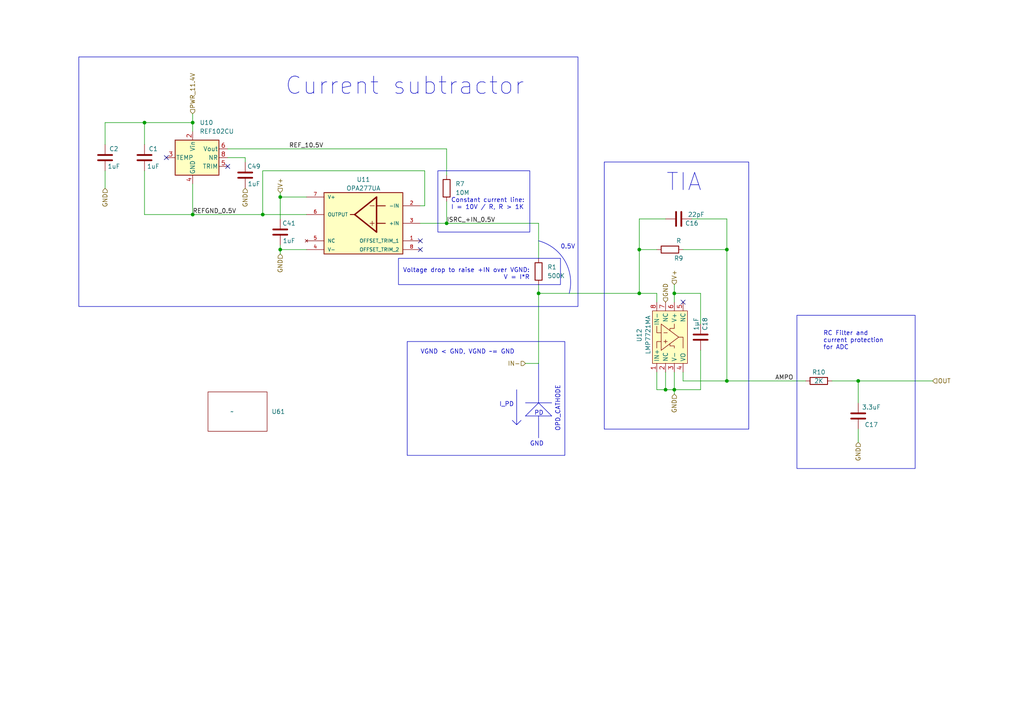
<source format=kicad_sch>
(kicad_sch (version 20230121) (generator eeschema)
  (paper "A4")
  (lib_symbols
    (symbol "Device:C" (pin_numbers hide) (pin_names (offset 0.254))
      (property "Reference" "C" (at 0.635 2.54 0))
      (property "Value" "C" (at 0.635 -2.54 0))
      (symbol "C_0_1"
        (polyline (pts (xy -2.032 -0.762) (xy 2.032 -0.762)) (stroke (width 0.508)))
        (polyline (pts (xy -2.032 0.762) (xy 2.032 0.762)) (stroke (width 0.508)))
      )
      (symbol "C_1_1"
        (pin passive line (at 0 3.81 270) (length 2.794) (name "~") (number "1"))
        (pin passive line (at 0 -3.81 90) (length 2.794) (name "~") (number "2"))
      )
    )
    (symbol "Device:R" (pin_numbers hide) (pin_names (offset 0))
      (property "Reference" "R" (at 2.032 0 90))
      (property "Value" "R" (at 0 0 90))
      (symbol "R_0_1"
        (rectangle (start -1.016 -2.54) (end 1.016 2.54) (stroke (width 0.254)))
      )
      (symbol "R_1_1"
        (pin passive line (at 0 3.81 270) (length 1.27) (name "~") (number "1"))
        (pin passive line (at 0 -3.81 90) (length 1.27) (name "~") (number "2"))
      )
    )
    (symbol "LMP7721:LMP7721MA"
      (property "Reference" "U" (at 0 6.35 0))
      (property "Value" "LMP7721MA" (at -0.635 8.89 0))
      (symbol "LMP7721MA_0_1"
        (rectangle (start -7.62 5.08) (end 7.62 -5.08) (fill (type background)))
        (polyline (pts (xy -1.778 1.27) (xy -0.762 1.27)))
        (polyline (pts (xy -1.27 1.778) (xy -1.27 0.762)))
        (polyline (pts (xy 1.27 1.778) (xy 1.27 0.762)))
        (polyline (pts (xy -1.27 2.54) (xy -1.27 3.81) (xy -3.175 3.81)))
        (polyline (pts (xy 0 -2.54) (xy 0 -3.81) (xy -3.175 -3.81)))
        (polyline (pts (xy 1.27 2.54) (xy 1.27 3.81) (xy 3.175 3.81)))
        (polyline (pts (xy -3.81 2.54) (xy 3.81 2.54) (xy 0 -2.54) (xy -3.81 2.54)))
        (polyline (pts (xy -1.905 0) (xy -2.54 0) (xy -2.54 -1.27) (xy -3.175 -1.27)))
        (polyline (pts (xy 1.905 0) (xy 2.54 0) (xy 2.54 -1.27) (xy 3.81 -1.27)))
      )
      (symbol "LMP7721MA_1_1"
        (pin input line (at -10.16 3.81 0) (length 2.54) (name "IN+") (number "1"))
        (pin input line (at -10.16 1.27 0) (length 2.54) (name "NC") (number "2"))
        (pin input line (at -10.16 -1.27 0) (length 2.54) (name "V-") (number "3"))
        (pin input line (at -10.16 -3.81 0) (length 2.54) (name "VO") (number "4"))
        (pin input line (at 10.16 -3.81 180) (length 2.54) (name "NC") (number "5"))
        (pin input line (at 10.16 -1.27 180) (length 2.54) (name "V+") (number "6"))
        (pin input line (at 10.16 1.27 180) (length 2.54) (name "NC") (number "7"))
        (pin input line (at 10.16 3.81 180) (length 2.54) (name "IN-") (number "8"))
      )
    )
    (symbol "OPAx277:OPA277UA" (pin_names (offset 1.016))
      (property "Reference" "U" (at -10.16 13.97 0))
      (property "Value" "OPA277UA" (at -10.16 -6.35 0))
      (symbol "OPA277UA_0_0"
        (rectangle (start -10.16 13.97) (end 12.7 -3.81) (stroke (width 0.254)) (fill (type background)))
        (polyline (pts (xy -5.08 5.08) (xy -2.54 5.08)) (stroke (width 0.254)))
        (polyline (pts (xy -5.08 10.16) (xy -2.54 10.16)) (stroke (width 0.254)))
        (polyline (pts (xy -2.54 2.54) (xy 3.81 7.62)) (stroke (width 0.4064)))
        (polyline (pts (xy -2.54 5.08) (xy -2.54 2.54)) (stroke (width 0.4064)))
        (polyline (pts (xy -2.54 10.16) (xy -2.54 5.08)) (stroke (width 0.4064)))
        (polyline (pts (xy -2.54 12.7) (xy -2.54 10.16)) (stroke (width 0.4064)))
        (polyline (pts (xy -1.905 5.08) (xy -0.635 5.08)) (stroke (width 0.1524)))
        (polyline (pts (xy -1.905 10.16) (xy -0.635 10.16)) (stroke (width 0.1524)))
        (polyline (pts (xy -1.27 5.715) (xy -1.27 4.445)) (stroke (width 0.1524)))
        (polyline (pts (xy 3.81 7.62) (xy -2.54 12.7)) (stroke (width 0.4064)))
        (polyline (pts (xy 3.81 7.62) (xy 5.08 7.62)) (stroke (width 0.254)))
        (pin input line (at -15.24 0 0) (length 5.08) (name "OFFSET_TRIM_1") (number "1"))
        (pin input line (at -15.24 10.16 0) (length 5.08) (name "-IN") (number "2"))
        (pin input line (at -15.24 5.08 0) (length 5.08) (name "+IN") (number "3"))
        (pin power_in line (at 17.78 -2.54 180) (length 5.08) (name "V-") (number "4"))
        (pin no_connect line (at 17.78 0 180) (length 5.08) (name "NC") (number "5"))
        (pin output line (at 17.78 7.62 180) (length 5.08) (name "OUTPUT") (number "6"))
        (pin power_in line (at 17.78 12.7 180) (length 5.08) (name "V+") (number "7"))
        (pin input line (at -15.24 -2.54 0) (length 5.08) (name "OFFSET_TRIM_2") (number "8"))
      )
    )
    (symbol "Reference_Voltage:REF102CU" (pin_names (offset 0.254))
      (property "Reference" "U" (at 0 8.255 0))
      (property "Value" "REF102CU" (at 3.175 6.35 0))
      (symbol "REF102CU_0_1"
        (rectangle (start -7.62 5.08) (end 5.08 -5.08) (stroke (width 0.254)) (fill (type background)))
      )
      (symbol "REF102CU_1_1"
        (pin no_connect line (at -5.08 -5.08 90) (length 2.54) hide (name "NC") (number "1"))
        (pin power_in line (at -2.54 7.62 270) (length 2.54) (name "Vin") (number "2"))
        (pin passive line (at -10.16 0 0) (length 2.54) (name "TEMP") (number "3"))
        (pin power_in line (at -2.54 -7.62 90) (length 2.54) (name "GND") (number "4"))
        (pin passive line (at 7.62 -2.54 180) (length 2.54) (name "TRIM") (number "5"))
        (pin power_out line (at 7.62 2.54 180) (length 2.54) (name "Vout") (number "6"))
        (pin no_connect line (at 0 -5.08 90) (length 2.54) hide (name "NC") (number "7"))
        (pin passive line (at 7.62 0 180) (length 2.54) (name "NR") (number "8"))
      )
    )
    (symbol "h-ALO:OPD_TIA_Outline" (pin_numbers hide) (pin_names (offset 0) hide) (in_bom no)
      (property "Reference" "U" (at 0 0 0))
      (symbol "OPD_TIA_Outline_0_1"
        (rectangle (start -6.985 5.715) (end 10.16 -5.715))
      )
    )
  )
  (junction (at 41.91 35.56))
  (junction (at 193.04 113.03))
  (junction (at 156.21 85.09))
  (junction (at 76.2 62.23))
  (junction (at 195.58 113.03))
  (junction (at 185.42 72.39))
  (junction (at 55.88 62.23))
  (junction (at 210.82 110.49))
  (junction (at 129.54 64.77))
  (junction (at 185.42 85.09))
  (junction (at 210.82 72.39))
  (junction (at 81.28 57.15))
  (junction (at 55.88 35.56))
  (junction (at 195.58 85.09))
  (junction (at 248.92 110.49))
  (junction (at 81.28 72.39))
  (no_connect (at 198.12 87.63))
  (no_connect (at 48.26 45.72))
  (no_connect (at 66.04 48.26))
  (no_connect (at 121.92 69.85))
  (no_connect (at 121.92 72.39))
  (wire (pts (xy 76.2 49.53) (xy 123.19 49.53)))
  (wire (pts (xy 190.5 85.09) (xy 190.5 87.63)))
  (wire (pts (xy 248.92 110.49) (xy 270.51 110.49)))
  (wire (pts (xy 193.04 113.03) (xy 193.04 107.95)))
  (wire (pts (xy 203.2 85.09) (xy 203.2 93.98)))
  (wire (pts (xy 193.04 113.03) (xy 195.58 113.03)))
  (polyline (pts (xy 152.4 120.65) (xy 160.02 120.65)))
  (wire (pts (xy 190.5 107.95) (xy 190.5 113.03)))
  (wire (pts (xy 121.92 64.77) (xy 129.54 64.77)))
  (wire (pts (xy 195.58 85.09) (xy 195.58 87.63)))
  (wire (pts (xy 129.54 43.18) (xy 129.54 50.8)))
  (wire (pts (xy 198.12 72.39) (xy 210.82 72.39)))
  (wire (pts (xy 129.54 58.42) (xy 129.54 64.77)))
  (wire (pts (xy 30.48 35.56) (xy 41.91 35.56)))
  (wire (pts (xy 55.88 53.34) (xy 55.88 62.23)))
  (wire (pts (xy 81.28 73.66) (xy 81.28 72.39)))
  (wire (pts (xy 55.88 62.23) (xy 76.2 62.23)))
  (wire (pts (xy 248.92 124.46) (xy 248.92 128.27)))
  (wire (pts (xy 71.12 45.72) (xy 71.12 46.99)))
  (polyline (pts (xy 156.21 105.41) (xy 156.21 116.84)))
  (wire (pts (xy 30.48 49.53) (xy 30.48 54.61)))
  (wire (pts (xy 210.82 63.5) (xy 210.82 72.39)))
  (polyline (pts (xy 152.4 116.84) (xy 160.02 116.84)))
  (wire (pts (xy 55.88 35.56) (xy 55.88 38.1)))
  (wire (pts (xy 198.12 110.49) (xy 210.82 110.49)))
  (wire (pts (xy 185.42 85.09) (xy 190.5 85.09)))
  (wire (pts (xy 198.12 110.49) (xy 198.12 107.95)))
  (wire (pts (xy 190.5 113.03) (xy 193.04 113.03)))
  (wire (pts (xy 81.28 71.12) (xy 81.28 72.39)))
  (wire (pts (xy 195.58 85.09) (xy 203.2 85.09)))
  (wire (pts (xy 76.2 62.23) (xy 76.2 49.53)))
  (polyline (pts (xy 156.21 120.65) (xy 156.21 127)))
  (wire (pts (xy 185.42 72.39) (xy 190.5 72.39)))
  (wire (pts (xy 81.28 57.15) (xy 88.9 57.15)))
  (wire (pts (xy 156.21 82.55) (xy 156.21 85.09)))
  (wire (pts (xy 156.21 74.93) (xy 156.21 64.77)))
  (wire (pts (xy 81.28 72.39) (xy 88.9 72.39)))
  (wire (pts (xy 185.42 63.5) (xy 193.04 63.5)))
  (wire (pts (xy 55.88 33.02) (xy 55.88 35.56)))
  (wire (pts (xy 210.82 110.49) (xy 233.68 110.49)))
  (polyline (pts (xy 160.02 120.65) (xy 156.21 116.84)))
  (wire (pts (xy 152.4 105.41) (xy 156.21 105.41)))
  (wire (pts (xy 123.19 59.69) (xy 121.92 59.69)))
  (wire (pts (xy 248.92 110.49) (xy 248.92 116.84)))
  (wire (pts (xy 195.58 113.03) (xy 195.58 107.95)))
  (wire (pts (xy 41.91 35.56) (xy 41.91 41.91)))
  (polyline (pts (xy 149.86 113.03) (xy 149.86 123.19)))
  (wire (pts (xy 185.42 72.39) (xy 185.42 85.09)))
  (wire (pts (xy 55.88 35.56) (xy 41.91 35.56)))
  (wire (pts (xy 200.66 63.5) (xy 210.82 63.5)))
  (wire (pts (xy 81.28 57.15) (xy 81.28 63.5)))
  (wire (pts (xy 30.48 41.91) (xy 30.48 35.56)))
  (wire (pts (xy 185.42 63.5) (xy 185.42 72.39)))
  (wire (pts (xy 203.2 101.6) (xy 203.2 113.03)))
  (wire (pts (xy 76.2 62.23) (xy 88.9 62.23)))
  (polyline (pts (xy 148.59 121.92) (xy 149.86 123.19)))
  (wire (pts (xy 156.21 64.77) (xy 129.54 64.77)))
  (wire (pts (xy 195.58 82.55) (xy 195.58 85.09)))
  (wire (pts (xy 129.54 43.18) (xy 66.04 43.18)))
  (wire (pts (xy 123.19 49.53) (xy 123.19 59.69)))
  (wire (pts (xy 41.91 62.23) (xy 55.88 62.23)))
  (wire (pts (xy 41.91 49.53) (xy 41.91 62.23)))
  (polyline (pts (xy 151.13 121.92) (xy 149.86 123.19)))
  (wire (pts (xy 195.58 113.03) (xy 195.58 114.3)))
  (wire (pts (xy 210.82 72.39) (xy 210.82 110.49)))
  (wire (pts (xy 156.21 85.09) (xy 185.42 85.09)))
  (polyline (pts (xy 152.4 120.65) (xy 156.21 116.84)))
  (wire (pts (xy 66.04 45.72) (xy 71.12 45.72)))
  (wire (pts (xy 195.58 113.03) (xy 203.2 113.03)))
  (wire (pts (xy 241.3 110.49) (xy 248.92 110.49)))
  (wire (pts (xy 156.21 85.09) (xy 156.21 105.41)))
  (wire (pts (xy 81.28 55.88) (xy 81.28 57.15)))
  (rectangle (start 175.26 46.99) (end 217.17 124.46))
  (rectangle (start 115.57 74.93) (end 162.56 82.55))
  (rectangle (start 118.11 99.06) (end 163.83 132.08))
  (arc (start 156.21 69.85) (mid 163.8113 75.6288) (end 165.1 85.09))
  (rectangle (start 127 49.53) (end 153.67 67.31))
  (rectangle (start 231.14 91.44) (end 265.43 135.89))
  (rectangle (start 22.86 16.51) (end 167.64 88.9))
  (text_box "10.1 Layout Guidelines\nIn order to capitalize on the LMP7721's ultra-low input bias current, careful circuit layout and assembly are\nrequired. Guarding techniques are highly recommended to reduce parasitic leakage current by isolating the\nLMP7721's input from large voltage gradients across the PC board. A guard is a low-impedance conductor that\nsurrounds an input line and its potential is raised to the input line's voltage. The input pins should be fully\nguarded as shown in Figure 54. The guard traces should completely encircle the input connections. In addition,\nthey should be located on both sides of the PCB and be connected together.\nTo further guard the inputs from the supply pins, the two N/C pins may be connected to the guard trace which\nwill provide guarding down to the leadframe level.\nSolder mask should not cover the input and the guard area including guard traces on either side of the PCB.\nKeep switching power supplies and other noise-producing devices away from the input area." (at 312.42 25.4 0) (size 110.49 41.91) (effects (font (size 1.27 1.27)) (justify left top)))
  (text "I_PD" (at 144.78 118.11 0) (effects (font (size 1.27 1.27)) (justify left bottom)))
  (text "Constant current line:\nI = 10V / R, R > 1K" (at 130.81 60.96 0) (effects (font (size 1.27 1.27)) (justify left bottom)))
  (text "PD" (at 154.94 120.65 0) (effects (font (size 1.27 1.27)) (justify left bottom)))
  (text "TIA" (at 193.04 55.88 0) (effects (font (size 5 5)) (justify left bottom)))
  (text "GND" (at 153.67 129.54 0) (effects (font (size 1.27 1.27)) (justify left bottom)))
  (text "Voltage drop to raise +IN over VGND:\nV = I*R" (at 153.67 81.28 0) (effects (font (size 1.27 1.27)) (justify right bottom)))
  (text "VGND < GND, VGND ~= GND" (at 121.92 102.87 0) (effects (font (size 1.27 1.27)) (justify left bottom)))
  (text "0.5V" (at 162.56 72.39 0) (effects (font (size 1.27 1.27)) (justify left bottom)))
  (text "OPD_CATHODE" (at 162.56 111.76 90) (effects (font (size 1.27 1.27)) (justify right bottom)))
  (text "Current subtractor" (at 82.55 27.94 0) (effects (font (size 5 5)) (justify left bottom)))
  (text "RC Filter and \ncurrent protection \nfor ADC" (at 238.76 101.6 0) (effects (font (size 1.27 1.27)) (justify left bottom)))
  (label "REF_10.5V" (at 83.82 43.18 0))
  (label "ISRC_+IN_0.5V" (at 129.54 64.77 0))
  (label "AMPO" (at 224.79 110.49 0))
  (label "REFGND_0.5V" (at 55.88 62.23 0))
  (hierarchical_label "GND" (shape input) (at 81.28 73.66 270))
  (hierarchical_label "GND" (shape input) (at 30.48 54.61 270))
  (hierarchical_label "GND" (shape input) (at 71.12 54.61 270))
  (hierarchical_label "IN-" (shape input) (at 152.4 105.41 180))
  (hierarchical_label "GND" (shape input) (at 248.92 128.27 270))
  (hierarchical_label "GND" (shape input) (at 195.58 114.3 270))
  (hierarchical_label "V+" (shape input) (at 81.28 55.88 90))
  (hierarchical_label "OUT" (shape input) (at 270.51 110.49 0))
  (hierarchical_label "PWR_11.4V" (shape input) (at 55.88 33.02 90))
  (hierarchical_label "V+" (shape input) (at 195.58 82.55 90))
  (hierarchical_label "GND" (shape input) (at 193.04 87.63 90))
  (symbol (lib_id "Reference_Voltage:REF102CU") (at 58.42 45.72 0) (unit 1)
    (property "Reference" "U10" (at 57.8994 35.56 0) (effects (justify left)))
    (property "Value" "REF102CU" (at 57.8994 38.1 0) (effects (justify left)))
    (property "Footprint" "Package_SO:SOIC-8_3.9x4.9mm_P1.27mm" (effects hide))
    (property "Datasheet" "http://www.ti.com/lit/ds/symlink/ref02.pdf" (effects hide))
    (instances (project "demo_LMP7721" (path "" (reference "U10") (unit 1)) (path "" (reference "U3") (unit 1)) (path "" (reference "U17") (unit 1)) (path "" (reference "U20") (unit 1)) (path "" (reference "U23") (unit 1)) (path "" (reference "U48") (unit 1)) (path "" (reference "U51") (unit 1)) (path "" (reference "U45") (unit 1))))
  )
  (symbol (lib_id "Device:C") (at 71.12 50.8 180) (unit 1)
    (property "Reference" "C49" (at 73.66 48.26 0))
    (property "Value" "1uF" (at 73.66 53.34 0))
    (property "Footprint" "Capacitor_SMD:C_0603_1608Metric" (effects hide))
    (instances (project "demo_LMP7721" (path "" (reference "C49") (unit 1)) (path "" (reference "C24") (unit 1)) (path "" (reference "C36") (unit 1)) (path "" (reference "C44") (unit 1)) (path "" (reference "C61") (unit 1)) (path "" (reference "C100") (unit 1)) (path "" (reference "C107") (unit 1)) (path "" (reference "C86") (unit 1))))
  )
  (symbol (lib_id "LMP7721:LMP7721MA") (at 194.31 97.79 90) (unit 1)
    (property "Reference" "U12" (at 185.42 95.25 0) (effects (justify right)))
    (property "Value" "LMP7721MA" (at 187.96 91.44 0) (effects (justify right)))
    (property "Footprint" "Package_SO:SOIC-8_3.9x4.9mm_P1.27mm" (effects hide))
    (instances (project "demo_LMP7721" (path "" (reference "U12") (unit 1)) (path "" (reference "U16") (unit 1)) (path "" (reference "U19") (unit 1)) (path "" (reference "U22") (unit 1)) (path "" (reference "U36") (unit 1)) (path "" (reference "U50") (unit 1)) (path "" (reference "U53") (unit 1)) (path "" (reference "U47") (unit 1))))
  )
  (symbol (lib_id "Device:R") (at 156.21 78.74 180) (unit 1)
    (property "Reference" "R1" (at 158.75 77.47 0) (effects (justify right)))
    (property "Value" "500K" (at 158.75 80.01 0) (effects (justify right)))
    (property "Footprint" "Resistor_SMD:R_0603_1608Metric" (effects hide))
    (instances (project "demo_LMP7721" (path "" (reference "R1") (unit 1)) (path "" (reference "R3") (unit 1)) (path "" (reference "R15") (unit 1)) (path "" (reference "R21") (unit 1)) (path "" (reference "R26") (unit 1)) (path "" (reference "R31") (unit 1)) (path "" (reference "R37") (unit 1)) (path "" (reference "R40") (unit 1))))
  )
  (symbol (lib_id "h-ALO:OPD_TIA_Outline") (at 67.31 119.38 0) (unit 1) (in_bom no)
    (property "Reference" "U61" (at 78.74 119.38 0) (effects (justify left)))
    (property "Value" "~" (at 67.31 119.38 0))
    (property "Footprint" "h-ALO:OPD_TIA_Outline" (effects hide))
    (property "Sim.Enable" "0" (effects hide))
    (instances (project "demo_LMP7721" (path "" (reference "U61") (unit 1)) (path "" (reference "U62") (unit 1)) (path "" (reference "U63") (unit 1)) (path "" (reference "U64") (unit 1)) (path "" (reference "U65") (unit 1)) (path "" (reference "U66") (unit 1)) (path "" (reference "U68") (unit 1)) (path "" (reference "U67") (unit 1))))
  )
  (symbol (lib_id "Device:C") (at 30.48 45.72 180) (unit 1)
    (property "Reference" "C2" (at 33.02 43.18 0))
    (property "Value" "1uF" (at 33.02 48.26 0))
    (property "Footprint" "Capacitor_SMD:C_0603_1608Metric" (effects hide))
    (instances (project "demo_LMP7721" (path "" (reference "C2") (unit 1)) (path "" (reference "C22") (unit 1)) (path "" (reference "C29") (unit 1)) (path "" (reference "C42") (unit 1)) (path "" (reference "C55") (unit 1)) (path "" (reference "C98") (unit 1)) (path "" (reference "C105") (unit 1)) (path "" (reference "C84") (unit 1))))
  )
  (symbol (lib_id "OPAx277:OPA277UA") (at 106.68 69.85 0) (mirror y) (unit 1)
    (property "Reference" "U11" (at 105.41 52.07 0))
    (property "Value" "OPA277UA" (at 105.41 54.61 0))
    (property "Footprint" "Package_SO:SOIC-8_3.9x4.9mm_P1.27mm" (effects hide))
    (property "PARTREV" "02/2019" (effects hide))
    (property "MAXIMUM_PACKAGE_HEIGHT" "1.75 mm" (effects hide))
    (property "STANDARD" "IPC 7351B" (effects hide))
    (property "MANUFACTURER" "Texas Instruments" (effects hide))
    (instances (project "demo_LMP7721" (path "" (reference "U11") (unit 1)) (path "" (reference "U15") (unit 1)) (path "" (reference "U18") (unit 1)) (path "" (reference "U21") (unit 1)) (path "" (reference "U24") (unit 1)) (path "" (reference "U49") (unit 1)) (path "" (reference "U52") (unit 1)) (path "" (reference "U46") (unit 1))))
  )
  (symbol (lib_id "Device:C") (at 81.28 67.31 180) (unit 1)
    (property "Reference" "C41" (at 83.82 64.77 0))
    (property "Value" "1uF" (at 83.82 69.85 0))
    (property "Footprint" "Capacitor_SMD:C_0603_1608Metric" (effects hide))
    (instances (project "demo_LMP7721" (path "" (reference "C41") (unit 1)) (path "" (reference "C25") (unit 1)) (path "" (reference "C37") (unit 1)) (path "" (reference "C45") (unit 1)) (path "" (reference "C62") (unit 1)) (path "" (reference "C101") (unit 1)) (path "" (reference "C108") (unit 1)) (path "" (reference "C87") (unit 1))))
  )
  (symbol (lib_id "Device:R") (at 194.31 72.39 90) (unit 1)
    (property "Reference" "R9" (at 196.85 74.93 90))
    (property "Value" "R" (at 196.85 69.85 90))
    (property "Footprint" "Resistor_SMD:R_1206_3216Metric" (effects hide))
    (instances (project "demo_LMP7721" (path "" (reference "R9") (unit 1)) (path "" (reference "R11") (unit 1)) (path "" (reference "R17") (unit 1)) (path "" (reference "R22") (unit 1)) (path "" (reference "R28") (unit 1)) (path "" (reference "R32") (unit 1)) (path "" (reference "R38") (unit 1)) (path "" (reference "R41") (unit 1))))
  )
  (symbol (lib_id "Device:C") (at 196.85 63.5 90) (unit 1)
    (property "Reference" "C16" (at 200.66 64.77 90))
    (property "Value" "22pF" (at 201.93 62.23 90))
    (property "Footprint" "Capacitor_SMD:C_0603_1608Metric" (effects hide))
    (instances (project "demo_LMP7721" (path "" (reference "C16") (unit 1)) (path "" (reference "C26") (unit 1)) (path "" (reference "C38") (unit 1)) (path "" (reference "C47") (unit 1)) (path "" (reference "C63") (unit 1)) (path "" (reference "C102") (unit 1)) (path "" (reference "C109") (unit 1)) (path "" (reference "C88") (unit 1))))
  )
  (symbol (lib_id "Device:C") (at 248.92 120.65 180) (unit 1)
    (property "Reference" "C17" (at 252.73 123.19 0))
    (property "Value" "3.3uF" (at 252.73 118.11 0))
    (property "Footprint" "Capacitor_SMD:C_0603_1608Metric" (effects hide))
    (instances (project "demo_LMP7721" (path "" (reference "C17") (unit 1)) (path "" (reference "C28") (unit 1)) (path "" (reference "C40") (unit 1)) (path "" (reference "C53") (unit 1)) (path "" (reference "C97") (unit 1)) (path "" (reference "C104") (unit 1)) (path "" (reference "C111") (unit 1)) (path "" (reference "C112") (unit 1))))
  )
  (symbol (lib_id "Device:R") (at 129.54 54.61 180) (unit 1)
    (property "Reference" "R7" (at 132.08 53.34 0) (effects (justify right)))
    (property "Value" "10M" (at 132.08 55.88 0) (effects (justify right)))
    (property "Footprint" "Resistor_SMD:R_0603_1608Metric" (effects hide))
    (instances (project "demo_LMP7721" (path "" (reference "R7") (unit 1)) (path "" (reference "R2") (unit 1)) (path "" (reference "R14") (unit 1)) (path "" (reference "R19") (unit 1)) (path "" (reference "R25") (unit 1)) (path "" (reference "R30") (unit 1)) (path "" (reference "R34") (unit 1)) (path "" (reference "R27") (unit 1))))
  )
  (symbol (lib_id "Device:R") (at 237.49 110.49 270) (unit 1)
    (property "Reference" "R10" (at 237.49 107.95 90))
    (property "Value" "2K" (at 237.49 110.49 90))
    (property "Footprint" "Resistor_SMD:R_0603_1608Metric" (effects hide))
    (instances (project "demo_LMP7721" (path "" (reference "R10") (unit 1)) (path "" (reference "R13") (unit 1)) (path "" (reference "R18") (unit 1)) (path "" (reference "R23") (unit 1)) (path "" (reference "R29") (unit 1)) (path "" (reference "R33") (unit 1)) (path "" (reference "R39") (unit 1)) (path "" (reference "R42") (unit 1))))
  )
  (symbol (lib_id "Device:C") (at 203.2 97.79 180) (unit 1)
    (property "Reference" "C18" (at 204.47 93.98 90))
    (property "Value" "1µF" (at 201.93 93.98 90))
    (property "Footprint" "Capacitor_SMD:C_0603_1608Metric" (effects hide))
    (instances (project "demo_LMP7721" (path "" (reference "C18") (unit 1)) (path "" (reference "C27") (unit 1)) (path "" (reference "C39") (unit 1)) (path "" (reference "C51") (unit 1)) (path "" (reference "C64") (unit 1)) (path "" (reference "C103") (unit 1)) (path "" (reference "C110") (unit 1)) (path "" (reference "C96") (unit 1))))
  )
  (symbol (lib_id "Device:C") (at 41.91 45.72 180) (unit 1)
    (property "Reference" "C1" (at 44.45 43.18 0))
    (property "Value" "1uF" (at 44.45 48.26 0))
    (property "Footprint" "Capacitor_SMD:C_0603_1608Metric" (effects hide))
    (instances (project "demo_LMP7721" (path "" (reference "C1") (unit 1)) (path "" (reference "C23") (unit 1)) (path "" (reference "C35") (unit 1)) (path "" (reference "C43") (unit 1)) (path "" (reference "C57") (unit 1)) (path "" (reference "C99") (unit 1)) (path "" (reference "C106") (unit 1)) (path "" (reference "C85") (unit 1))))
  )
)
</source>
